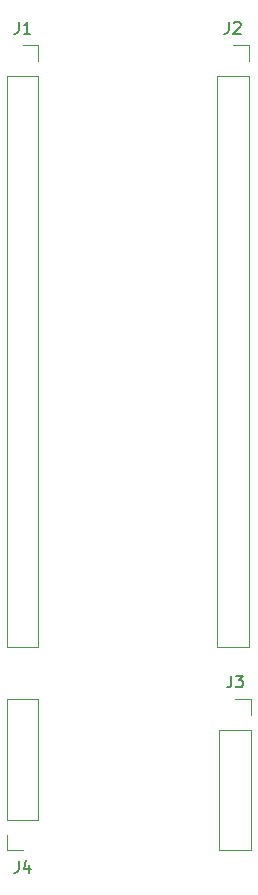
<source format=gbr>
%TF.GenerationSoftware,KiCad,Pcbnew,8.0.1*%
%TF.CreationDate,2024-05-05T17:00:51-04:00*%
%TF.ProjectId,picoboard,7069636f-626f-4617-9264-2e6b69636164,rev?*%
%TF.SameCoordinates,Original*%
%TF.FileFunction,Legend,Top*%
%TF.FilePolarity,Positive*%
%FSLAX46Y46*%
G04 Gerber Fmt 4.6, Leading zero omitted, Abs format (unit mm)*
G04 Created by KiCad (PCBNEW 8.0.1) date 2024-05-05 17:00:51*
%MOMM*%
%LPD*%
G01*
G04 APERTURE LIST*
%ADD10C,0.150000*%
%ADD11C,0.120000*%
G04 APERTURE END LIST*
D10*
X99566666Y-117724819D02*
X99566666Y-118439104D01*
X99566666Y-118439104D02*
X99519047Y-118581961D01*
X99519047Y-118581961D02*
X99423809Y-118677200D01*
X99423809Y-118677200D02*
X99280952Y-118724819D01*
X99280952Y-118724819D02*
X99185714Y-118724819D01*
X100471428Y-118058152D02*
X100471428Y-118724819D01*
X100233333Y-117677200D02*
X99995238Y-118391485D01*
X99995238Y-118391485D02*
X100614285Y-118391485D01*
X117566666Y-102024819D02*
X117566666Y-102739104D01*
X117566666Y-102739104D02*
X117519047Y-102881961D01*
X117519047Y-102881961D02*
X117423809Y-102977200D01*
X117423809Y-102977200D02*
X117280952Y-103024819D01*
X117280952Y-103024819D02*
X117185714Y-103024819D01*
X117947619Y-102024819D02*
X118566666Y-102024819D01*
X118566666Y-102024819D02*
X118233333Y-102405771D01*
X118233333Y-102405771D02*
X118376190Y-102405771D01*
X118376190Y-102405771D02*
X118471428Y-102453390D01*
X118471428Y-102453390D02*
X118519047Y-102501009D01*
X118519047Y-102501009D02*
X118566666Y-102596247D01*
X118566666Y-102596247D02*
X118566666Y-102834342D01*
X118566666Y-102834342D02*
X118519047Y-102929580D01*
X118519047Y-102929580D02*
X118471428Y-102977200D01*
X118471428Y-102977200D02*
X118376190Y-103024819D01*
X118376190Y-103024819D02*
X118090476Y-103024819D01*
X118090476Y-103024819D02*
X117995238Y-102977200D01*
X117995238Y-102977200D02*
X117947619Y-102929580D01*
X117366666Y-46684819D02*
X117366666Y-47399104D01*
X117366666Y-47399104D02*
X117319047Y-47541961D01*
X117319047Y-47541961D02*
X117223809Y-47637200D01*
X117223809Y-47637200D02*
X117080952Y-47684819D01*
X117080952Y-47684819D02*
X116985714Y-47684819D01*
X117795238Y-46780057D02*
X117842857Y-46732438D01*
X117842857Y-46732438D02*
X117938095Y-46684819D01*
X117938095Y-46684819D02*
X118176190Y-46684819D01*
X118176190Y-46684819D02*
X118271428Y-46732438D01*
X118271428Y-46732438D02*
X118319047Y-46780057D01*
X118319047Y-46780057D02*
X118366666Y-46875295D01*
X118366666Y-46875295D02*
X118366666Y-46970533D01*
X118366666Y-46970533D02*
X118319047Y-47113390D01*
X118319047Y-47113390D02*
X117747619Y-47684819D01*
X117747619Y-47684819D02*
X118366666Y-47684819D01*
X99566666Y-46684819D02*
X99566666Y-47399104D01*
X99566666Y-47399104D02*
X99519047Y-47541961D01*
X99519047Y-47541961D02*
X99423809Y-47637200D01*
X99423809Y-47637200D02*
X99280952Y-47684819D01*
X99280952Y-47684819D02*
X99185714Y-47684819D01*
X100566666Y-47684819D02*
X99995238Y-47684819D01*
X100280952Y-47684819D02*
X100280952Y-46684819D01*
X100280952Y-46684819D02*
X100185714Y-46827676D01*
X100185714Y-46827676D02*
X100090476Y-46922914D01*
X100090476Y-46922914D02*
X99995238Y-46970533D01*
D11*
%TO.C,J4*%
X98570000Y-114230000D02*
X98570000Y-104010000D01*
X98570000Y-116830000D02*
X98570000Y-115500000D01*
X99900000Y-116830000D02*
X98570000Y-116830000D01*
X101230000Y-104010000D02*
X98570000Y-104010000D01*
X101230000Y-114230000D02*
X98570000Y-114230000D01*
X101230000Y-114230000D02*
X101230000Y-104010000D01*
%TO.C,J3*%
X116570000Y-106610000D02*
X116570000Y-116830000D01*
X116570000Y-106610000D02*
X119230000Y-106610000D01*
X116570000Y-116830000D02*
X119230000Y-116830000D01*
X117900000Y-104010000D02*
X119230000Y-104010000D01*
X119230000Y-104010000D02*
X119230000Y-105340000D01*
X119230000Y-106610000D02*
X119230000Y-116830000D01*
%TO.C,J2*%
X116370000Y-51270000D02*
X116370000Y-99590000D01*
X116370000Y-51270000D02*
X119030000Y-51270000D01*
X116370000Y-99590000D02*
X119030000Y-99590000D01*
X117700000Y-48670000D02*
X119030000Y-48670000D01*
X119030000Y-48670000D02*
X119030000Y-50000000D01*
X119030000Y-51270000D02*
X119030000Y-99590000D01*
%TO.C,J1*%
X98570000Y-51270000D02*
X98570000Y-99590000D01*
X98570000Y-51270000D02*
X101230000Y-51270000D01*
X98570000Y-99590000D02*
X101230000Y-99590000D01*
X99900000Y-48670000D02*
X101230000Y-48670000D01*
X101230000Y-48670000D02*
X101230000Y-50000000D01*
X101230000Y-51270000D02*
X101230000Y-99590000D01*
%TD*%
M02*

</source>
